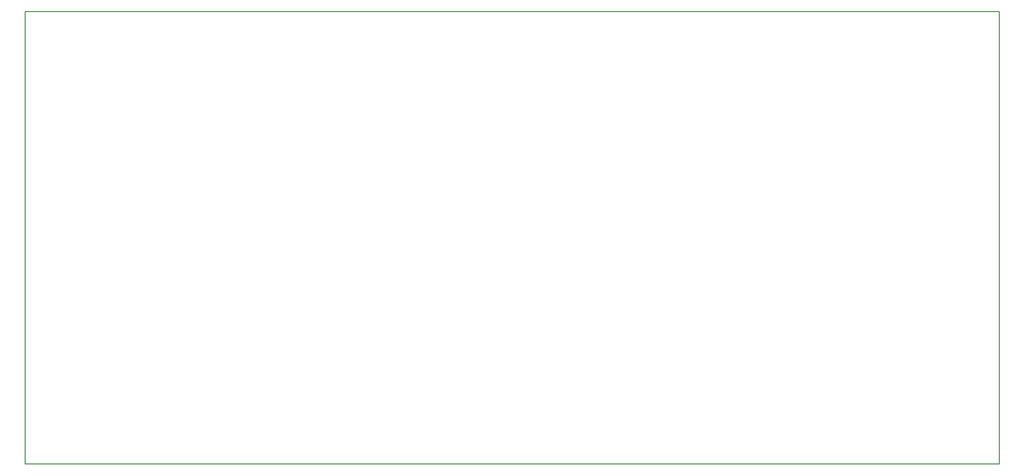
<source format=gbr>
%TF.GenerationSoftware,KiCad,Pcbnew,8.0.4*%
%TF.CreationDate,2024-09-08T18:57:07-07:00*%
%TF.ProjectId,Dorr_Amp_REV-,446f7272-5f41-46d7-905f-5245562d2e6b,-*%
%TF.SameCoordinates,Original*%
%TF.FileFunction,Profile,NP*%
%FSLAX46Y46*%
G04 Gerber Fmt 4.6, Leading zero omitted, Abs format (unit mm)*
G04 Created by KiCad (PCBNEW 8.0.4) date 2024-09-08 18:57:07*
%MOMM*%
%LPD*%
G01*
G04 APERTURE LIST*
%TA.AperFunction,Profile*%
%ADD10C,0.200000*%
%TD*%
G04 APERTURE END LIST*
D10*
X63500000Y-63500000D02*
X227330000Y-63500000D01*
X227330000Y-139700000D01*
X63500000Y-139700000D01*
X63500000Y-63500000D01*
M02*

</source>
